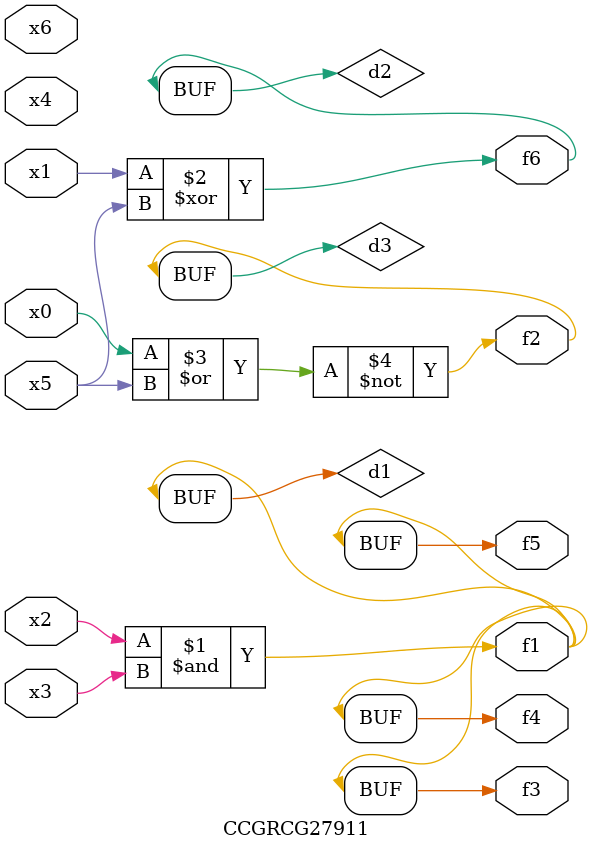
<source format=v>
module CCGRCG27911(
	input x0, x1, x2, x3, x4, x5, x6,
	output f1, f2, f3, f4, f5, f6
);

	wire d1, d2, d3;

	and (d1, x2, x3);
	xor (d2, x1, x5);
	nor (d3, x0, x5);
	assign f1 = d1;
	assign f2 = d3;
	assign f3 = d1;
	assign f4 = d1;
	assign f5 = d1;
	assign f6 = d2;
endmodule

</source>
